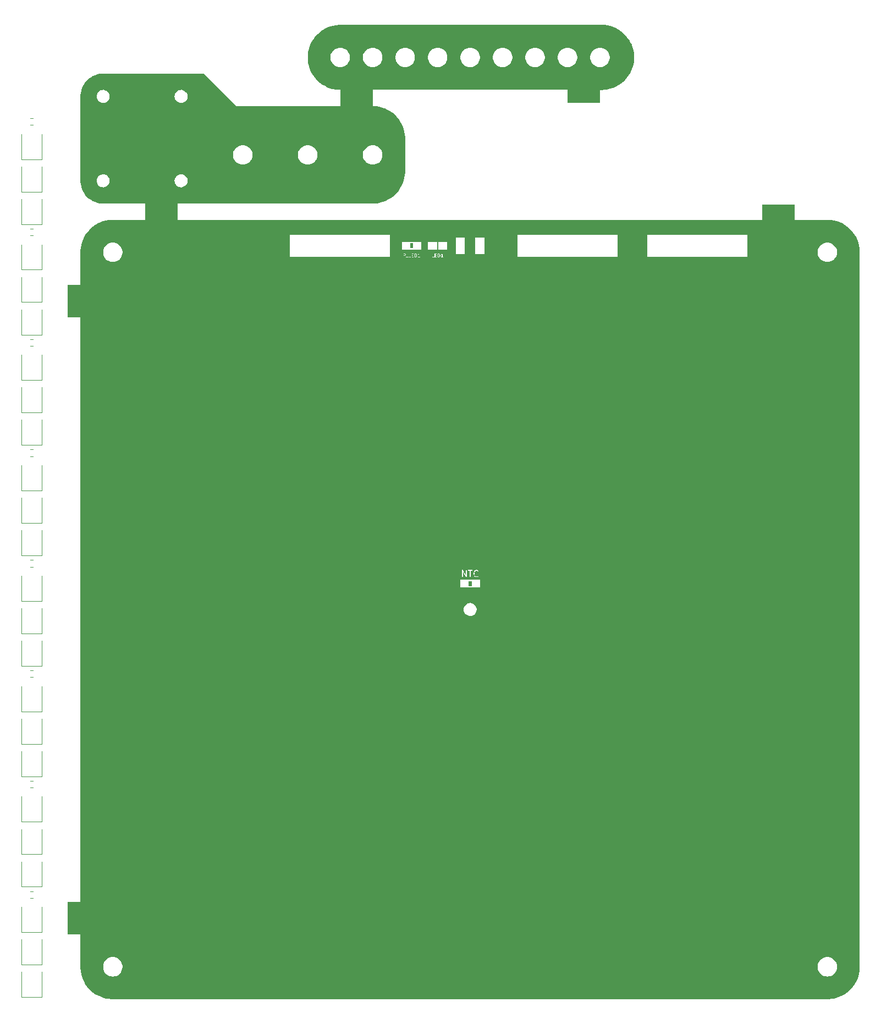
<source format=gbr>
%TF.GenerationSoftware,KiCad,Pcbnew,9.0.4*%
%TF.CreationDate,2025-09-03T20:12:05-03:00*%
%TF.ProjectId,Buildplate_v1.0,4275696c-6470-46c6-9174-655f76312e30,rev?*%
%TF.SameCoordinates,Original*%
%TF.FileFunction,Legend,Top*%
%TF.FilePolarity,Positive*%
%FSLAX46Y46*%
G04 Gerber Fmt 4.6, Leading zero omitted, Abs format (unit mm)*
G04 Created by KiCad (PCBNEW 9.0.4) date 2025-09-03 20:12:05*
%MOMM*%
%LPD*%
G01*
G04 APERTURE LIST*
%ADD10C,0.062500*%
%ADD11C,0.097536*%
%ADD12C,0.125000*%
%ADD13C,0.120000*%
%ADD14C,0.000000*%
%ADD15C,0.152400*%
G04 APERTURE END LIST*
D10*
G36*
X-8326404Y54720817D02*
G01*
X-8287587Y54682000D01*
X-8267578Y54641982D01*
X-8245535Y54553807D01*
X-8245535Y54490072D01*
X-8267578Y54401897D01*
X-8287587Y54361879D01*
X-8326404Y54323062D01*
X-8386021Y54303190D01*
X-8468749Y54303190D01*
X-8468749Y54740690D01*
X-8386021Y54740690D01*
X-8326404Y54720817D01*
G37*
G36*
X-10018510Y54722446D02*
G01*
X-10001871Y54705809D01*
X-9983630Y54669325D01*
X-9983630Y54612649D01*
X-10001871Y54576165D01*
X-10018510Y54559528D01*
X-10054996Y54541285D01*
X-10206844Y54541285D01*
X-10206844Y54740690D01*
X-10054996Y54740690D01*
X-10018510Y54722446D01*
G37*
G36*
X-7653667Y54137515D02*
G01*
X-10324900Y54137515D01*
X-10324900Y54236280D01*
X-9886013Y54236280D01*
X-9886013Y54212362D01*
X-9869101Y54195450D01*
X-9857142Y54193071D01*
X-9476189Y54193071D01*
X-9464230Y54195450D01*
X-9447318Y54212362D01*
X-9447318Y54236280D01*
X-9464230Y54253192D01*
X-9476189Y54255571D01*
X-9857142Y54255571D01*
X-9869101Y54253192D01*
X-9886013Y54236280D01*
X-10324900Y54236280D01*
X-10324900Y54771940D01*
X-10269344Y54771940D01*
X-10269344Y54271940D01*
X-10266965Y54259981D01*
X-10250053Y54243069D01*
X-10226135Y54243069D01*
X-10209223Y54259981D01*
X-10206844Y54271940D01*
X-10206844Y54478785D01*
X-10135317Y54478785D01*
X-9977981Y54254019D01*
X-9969174Y54245586D01*
X-9945621Y54241430D01*
X-9926026Y54255146D01*
X-9921870Y54278699D01*
X-9926779Y54289860D01*
X-10059026Y54478785D01*
X-10047618Y54478785D01*
X-10046082Y54479090D01*
X-10045403Y54478864D01*
X-10040572Y54480186D01*
X-10035659Y54481164D01*
X-10035152Y54481670D01*
X-10033642Y54482084D01*
X-9986023Y54505894D01*
X-9982064Y54508966D01*
X-9977902Y54511747D01*
X-9954092Y54535557D01*
X-9951309Y54539721D01*
X-9948238Y54543679D01*
X-9924429Y54591297D01*
X-9924015Y54592807D01*
X-9923509Y54593314D01*
X-9922531Y54598227D01*
X-9921209Y54603058D01*
X-9921435Y54603737D01*
X-9921130Y54605273D01*
X-9921130Y54676702D01*
X-9921435Y54678237D01*
X-9921209Y54678917D01*
X-9922531Y54683747D01*
X-9923509Y54688661D01*
X-9924015Y54689167D01*
X-9924429Y54690678D01*
X-9948238Y54738296D01*
X-9951309Y54742253D01*
X-9954092Y54746418D01*
X-9977902Y54770228D01*
X-9980465Y54771940D01*
X-9388392Y54771940D01*
X-9388392Y54271940D01*
X-9386013Y54259981D01*
X-9369101Y54243069D01*
X-9357142Y54240690D01*
X-9119047Y54240690D01*
X-9107088Y54243069D01*
X-9090176Y54259981D01*
X-9090176Y54283899D01*
X-9107088Y54300811D01*
X-9119047Y54303190D01*
X-9325892Y54303190D01*
X-9325892Y54771940D01*
X-8983630Y54771940D01*
X-8983630Y54271940D01*
X-8981251Y54259981D01*
X-8964339Y54243069D01*
X-8952380Y54240690D01*
X-8714285Y54240690D01*
X-8702326Y54243069D01*
X-8685414Y54259981D01*
X-8685414Y54283899D01*
X-8702326Y54300811D01*
X-8714285Y54303190D01*
X-8921130Y54303190D01*
X-8921130Y54502595D01*
X-8785713Y54502595D01*
X-8773754Y54504974D01*
X-8756842Y54521886D01*
X-8756842Y54545804D01*
X-8773754Y54562716D01*
X-8785713Y54565095D01*
X-8921130Y54565095D01*
X-8921130Y54740690D01*
X-8714285Y54740690D01*
X-8702326Y54743069D01*
X-8685414Y54759981D01*
X-8685414Y54771940D01*
X-8531249Y54771940D01*
X-8531249Y54271940D01*
X-8528870Y54259981D01*
X-8511958Y54243069D01*
X-8499999Y54240690D01*
X-8380951Y54240690D01*
X-8376034Y54241668D01*
X-8371069Y54242294D01*
X-8299641Y54266104D01*
X-8298282Y54266879D01*
X-8297564Y54266879D01*
X-8293393Y54269665D01*
X-8289048Y54272143D01*
X-8288727Y54272783D01*
X-8287426Y54273653D01*
X-8239807Y54321272D01*
X-8237027Y54325432D01*
X-8233953Y54329393D01*
X-8210143Y54377012D01*
X-8209238Y54380314D01*
X-8207777Y54383409D01*
X-8183968Y54478647D01*
X-8183782Y54482470D01*
X-8183035Y54486226D01*
X-8183035Y54557654D01*
X-8183782Y54561409D01*
X-8183968Y54565233D01*
X-8199376Y54626868D01*
X-8054979Y54626868D01*
X-8044283Y54605475D01*
X-8021593Y54597912D01*
X-8009833Y54601132D01*
X-7962214Y54624941D01*
X-7958259Y54628010D01*
X-7954092Y54630795D01*
X-7912201Y54672686D01*
X-7912201Y54303190D01*
X-8023808Y54303190D01*
X-8035767Y54300811D01*
X-8052679Y54283899D01*
X-8052679Y54259981D01*
X-8035767Y54243069D01*
X-8023808Y54240690D01*
X-7738094Y54240690D01*
X-7726135Y54243069D01*
X-7709223Y54259981D01*
X-7709223Y54283899D01*
X-7726135Y54300811D01*
X-7738094Y54303190D01*
X-7849701Y54303190D01*
X-7849701Y54771940D01*
X-7852080Y54783899D01*
X-7854354Y54786173D01*
X-7854986Y54789329D01*
X-7862557Y54794376D01*
X-7868992Y54800811D01*
X-7872209Y54800811D01*
X-7874887Y54802596D01*
X-7883811Y54800811D01*
X-7892910Y54800811D01*
X-7895185Y54798535D01*
X-7898339Y54797905D01*
X-7906953Y54789274D01*
X-7952856Y54720418D01*
X-7994699Y54678576D01*
X-8037783Y54657034D01*
X-8047416Y54649558D01*
X-8054979Y54626868D01*
X-8199376Y54626868D01*
X-8207777Y54660471D01*
X-8209238Y54663565D01*
X-8210143Y54666868D01*
X-8233953Y54714487D01*
X-8237027Y54718447D01*
X-8239807Y54722608D01*
X-8287426Y54770227D01*
X-8288727Y54771096D01*
X-8289048Y54771737D01*
X-8293393Y54774214D01*
X-8297564Y54777001D01*
X-8298282Y54777001D01*
X-8299641Y54777776D01*
X-8371069Y54801586D01*
X-8376034Y54802211D01*
X-8380951Y54803190D01*
X-8499999Y54803190D01*
X-8511958Y54800811D01*
X-8528870Y54783899D01*
X-8531249Y54771940D01*
X-8685414Y54771940D01*
X-8685414Y54783899D01*
X-8702326Y54800811D01*
X-8714285Y54803190D01*
X-8952380Y54803190D01*
X-8964339Y54800811D01*
X-8981251Y54783899D01*
X-8983630Y54771940D01*
X-9325892Y54771940D01*
X-9328271Y54783899D01*
X-9345183Y54800811D01*
X-9369101Y54800811D01*
X-9386013Y54783899D01*
X-9388392Y54771940D01*
X-9980465Y54771940D01*
X-9982064Y54773008D01*
X-9986023Y54776081D01*
X-10033642Y54799891D01*
X-10035152Y54800304D01*
X-10035659Y54800811D01*
X-10040572Y54801788D01*
X-10045403Y54803111D01*
X-10046082Y54802884D01*
X-10047618Y54803190D01*
X-10238094Y54803190D01*
X-10250053Y54800811D01*
X-10266965Y54783899D01*
X-10269344Y54771940D01*
X-10324900Y54771940D01*
X-10324900Y54858746D01*
X-7653667Y54858746D01*
X-7653667Y54137515D01*
G37*
D11*
G36*
X-4770311Y54713236D02*
G01*
X-4735280Y54678205D01*
X-4716829Y54641303D01*
X-4695200Y54554785D01*
X-4695200Y54493641D01*
X-4716829Y54407122D01*
X-4735280Y54370220D01*
X-4770311Y54335189D01*
X-4825033Y54316949D01*
X-4890272Y54316949D01*
X-4890272Y54731477D01*
X-4825033Y54731477D01*
X-4770311Y54713236D01*
G37*
G36*
X-4056800Y54162517D02*
G01*
X-5922528Y54162517D01*
X-5922528Y54780245D01*
X-5865632Y54780245D01*
X-5865632Y54268181D01*
X-5861920Y54249518D01*
X-5835527Y54223125D01*
X-5816864Y54219413D01*
X-5573024Y54219413D01*
X-5554361Y54223125D01*
X-5527968Y54249518D01*
X-5527968Y54286844D01*
X-5554361Y54313237D01*
X-5573024Y54316949D01*
X-5768096Y54316949D01*
X-5768096Y54780245D01*
X-5451104Y54780245D01*
X-5451104Y54268181D01*
X-5447392Y54249518D01*
X-5420999Y54223125D01*
X-5402336Y54219413D01*
X-5158496Y54219413D01*
X-5139833Y54223125D01*
X-5113440Y54249518D01*
X-5113440Y54286844D01*
X-5139833Y54313237D01*
X-5158496Y54316949D01*
X-5353568Y54316949D01*
X-5353568Y54487637D01*
X-5231648Y54487637D01*
X-5212985Y54491349D01*
X-5186592Y54517742D01*
X-5186592Y54555068D01*
X-5212985Y54581461D01*
X-5231648Y54585173D01*
X-5353568Y54585173D01*
X-5353568Y54731477D01*
X-5158496Y54731477D01*
X-5139833Y54735189D01*
X-5113440Y54761582D01*
X-5113440Y54780245D01*
X-4987808Y54780245D01*
X-4987808Y54268181D01*
X-4984096Y54249518D01*
X-4957703Y54223125D01*
X-4939040Y54219413D01*
X-4817120Y54219413D01*
X-4809452Y54220937D01*
X-4801698Y54221916D01*
X-4728546Y54246300D01*
X-4726425Y54247509D01*
X-4725305Y54247509D01*
X-4718804Y54251853D01*
X-4712015Y54255723D01*
X-4711514Y54256724D01*
X-4709484Y54258081D01*
X-4660716Y54306849D01*
X-4656372Y54313348D01*
X-4651581Y54319523D01*
X-4627197Y54368291D01*
X-4625785Y54373442D01*
X-4623504Y54378273D01*
X-4599120Y54475809D01*
X-4598829Y54481776D01*
X-4597664Y54487637D01*
X-4597664Y54560789D01*
X-4598829Y54566649D01*
X-4599120Y54572617D01*
X-4613587Y54630484D01*
X-4500006Y54630484D01*
X-4483313Y54597099D01*
X-4447903Y54585295D01*
X-4429550Y54590322D01*
X-4380783Y54614705D01*
X-4374606Y54619498D01*
X-4368108Y54623841D01*
X-4353824Y54638125D01*
X-4353824Y54316949D01*
X-4451360Y54316949D01*
X-4470023Y54313237D01*
X-4496416Y54286844D01*
X-4496416Y54249518D01*
X-4470023Y54223125D01*
X-4451360Y54219413D01*
X-4158752Y54219413D01*
X-4140089Y54223125D01*
X-4113696Y54249518D01*
X-4113696Y54286844D01*
X-4140089Y54313237D01*
X-4158752Y54316949D01*
X-4256288Y54316949D01*
X-4256288Y54780245D01*
X-4260000Y54798908D01*
X-4263550Y54802458D01*
X-4264535Y54807382D01*
X-4276351Y54815259D01*
X-4286393Y54825301D01*
X-4291414Y54825301D01*
X-4295592Y54828086D01*
X-4309517Y54825301D01*
X-4323719Y54825301D01*
X-4327269Y54821750D01*
X-4332192Y54820766D01*
X-4345633Y54807297D01*
X-4391723Y54738162D01*
X-4431480Y54698405D01*
X-4473170Y54677560D01*
X-4488202Y54665894D01*
X-4500006Y54630484D01*
X-4613587Y54630484D01*
X-4623504Y54670153D01*
X-4625785Y54674983D01*
X-4627197Y54680135D01*
X-4651581Y54728903D01*
X-4656372Y54735077D01*
X-4660716Y54741577D01*
X-4709484Y54790345D01*
X-4711514Y54791701D01*
X-4712015Y54792703D01*
X-4718804Y54796572D01*
X-4725305Y54800917D01*
X-4726425Y54800917D01*
X-4728546Y54802126D01*
X-4801698Y54826510D01*
X-4809452Y54827488D01*
X-4817120Y54829013D01*
X-4939040Y54829013D01*
X-4957703Y54825301D01*
X-4984096Y54798908D01*
X-4987808Y54780245D01*
X-5113440Y54780245D01*
X-5113440Y54798908D01*
X-5139833Y54825301D01*
X-5158496Y54829013D01*
X-5402336Y54829013D01*
X-5420999Y54825301D01*
X-5447392Y54798908D01*
X-5451104Y54780245D01*
X-5768096Y54780245D01*
X-5771808Y54798908D01*
X-5798201Y54825301D01*
X-5835527Y54825301D01*
X-5861920Y54798908D01*
X-5865632Y54780245D01*
X-5922528Y54780245D01*
X-5922528Y54885909D01*
X-4056800Y54885909D01*
X-4056800Y54162517D01*
G37*
D12*
G36*
X1383138Y4870269D02*
G01*
X-1340277Y4870269D01*
X-1340277Y6043880D01*
X-1229166Y6043880D01*
X-1229166Y5043880D01*
X-1224408Y5019962D01*
X-1190584Y4986138D01*
X-1142748Y4986138D01*
X-1108924Y5019962D01*
X-1104166Y5043880D01*
X-1104166Y5808532D01*
X-649503Y5012871D01*
X-633505Y4994465D01*
X-625224Y4992206D01*
X-619156Y4986138D01*
X-602973Y4986138D01*
X-587357Y4981879D01*
X-579904Y4986138D01*
X-571320Y4986138D01*
X-559876Y4997581D01*
X-545823Y5005612D01*
X-543564Y5013893D01*
X-537496Y5019962D01*
X-532738Y5043880D01*
X-532738Y6043880D01*
X-537496Y6067798D01*
X-319646Y6067798D01*
X-319646Y6019962D01*
X-285822Y5986138D01*
X-261904Y5981380D01*
X-38691Y5981380D01*
X-38691Y5043880D01*
X-33933Y5019962D01*
X-109Y4986138D01*
X47727Y4986138D01*
X81551Y5019962D01*
X86309Y5043880D01*
X86309Y5615309D01*
X532738Y5615309D01*
X532738Y5472452D01*
X534231Y5464942D01*
X534604Y5457294D01*
X582223Y5266818D01*
X585146Y5260629D01*
X586955Y5254025D01*
X634574Y5158787D01*
X640721Y5150865D01*
X646282Y5142544D01*
X741520Y5047306D01*
X744121Y5045567D01*
X744763Y5044285D01*
X753474Y5039318D01*
X761797Y5033758D01*
X763228Y5033758D01*
X765949Y5032207D01*
X908807Y4984587D01*
X918745Y4983334D01*
X928571Y4981380D01*
X1023809Y4981380D01*
X1033633Y4983334D01*
X1043574Y4984587D01*
X1186431Y5032207D01*
X1189152Y5033758D01*
X1190583Y5033758D01*
X1198905Y5039318D01*
X1207617Y5044285D01*
X1208258Y5045567D01*
X1210860Y5047306D01*
X1258479Y5094925D01*
X1272027Y5115202D01*
X1272027Y5163036D01*
X1238202Y5196861D01*
X1190368Y5196861D01*
X1170091Y5183313D01*
X1132905Y5146127D01*
X1013665Y5106380D01*
X938715Y5106380D01*
X819474Y5146127D01*
X741843Y5223759D01*
X701826Y5303791D01*
X657738Y5480146D01*
X657738Y5607614D01*
X701826Y5783969D01*
X741843Y5864002D01*
X819474Y5941633D01*
X938714Y5981380D01*
X1013666Y5981380D01*
X1132905Y5941633D01*
X1170091Y5904448D01*
X1190368Y5890900D01*
X1238202Y5890900D01*
X1272027Y5924725D01*
X1272027Y5972559D01*
X1258479Y5992836D01*
X1210860Y6040455D01*
X1208256Y6042194D01*
X1207616Y6043476D01*
X1198911Y6048438D01*
X1190583Y6054003D01*
X1189151Y6054003D01*
X1186430Y6055554D01*
X1043573Y6103173D01*
X1033634Y6104425D01*
X1023809Y6106380D01*
X928571Y6106380D01*
X918746Y6104425D01*
X908806Y6103173D01*
X765950Y6055554D01*
X763229Y6054003D01*
X761797Y6054003D01*
X753468Y6048438D01*
X744764Y6043476D01*
X744123Y6042194D01*
X741520Y6040455D01*
X646282Y5945217D01*
X640721Y5936895D01*
X634574Y5928974D01*
X586955Y5833736D01*
X585146Y5827131D01*
X582223Y5820943D01*
X534604Y5630467D01*
X534231Y5622818D01*
X532738Y5615309D01*
X86309Y5615309D01*
X86309Y5981380D01*
X309523Y5981380D01*
X333441Y5986138D01*
X367265Y6019962D01*
X367265Y6067798D01*
X333441Y6101622D01*
X309523Y6106380D01*
X-261904Y6106380D01*
X-285822Y6101622D01*
X-319646Y6067798D01*
X-537496Y6067798D01*
X-571320Y6101622D01*
X-619156Y6101622D01*
X-652980Y6067798D01*
X-657738Y6043880D01*
X-657738Y5279227D01*
X-1112401Y6074889D01*
X-1128399Y6093295D01*
X-1136679Y6095553D01*
X-1142748Y6101622D01*
X-1158931Y6101622D01*
X-1174547Y6105881D01*
X-1182000Y6101622D01*
X-1190584Y6101622D01*
X-1202029Y6090176D01*
X-1216081Y6082147D01*
X-1218339Y6073866D01*
X-1224408Y6067798D01*
X-1229166Y6043880D01*
X-1340277Y6043880D01*
X-1340277Y6217491D01*
X1383138Y6217491D01*
X1383138Y4870269D01*
G37*
D13*
%TO.C,REF\u002A\u002A*%
X-69085000Y22200000D02*
X-69085000Y18315000D01*
X-69085000Y18315000D02*
X-65915000Y18315000D01*
X-65915000Y18315000D02*
X-65915000Y22200000D01*
X-67737258Y41622500D02*
X-67262742Y41622500D01*
X-67737258Y40577500D02*
X-67262742Y40577500D01*
X-69085000Y51200000D02*
X-69085000Y47315000D01*
X-69085000Y47315000D02*
X-65915000Y47315000D01*
X-65915000Y47315000D02*
X-65915000Y51200000D01*
X-69085000Y-55800000D02*
X-69085000Y-59685000D01*
X-69085000Y-59685000D02*
X-65915000Y-59685000D01*
X-65915000Y-59685000D02*
X-65915000Y-55800000D01*
D14*
%TO.C,R_LED1*%
G36*
X-8771400Y55619000D02*
G01*
X-9228600Y55619000D01*
X-9228600Y56381000D01*
X-8771400Y56381000D01*
X-8771400Y55619000D01*
G37*
D13*
%TO.C,REF\u002A\u002A*%
X-69085000Y-4800000D02*
X-69085000Y-8685000D01*
X-69085000Y-8685000D02*
X-65915000Y-8685000D01*
X-65915000Y-8685000D02*
X-65915000Y-4800000D01*
D15*
%TO.C,LED1*%
X-5000000Y56762000D02*
X-5000000Y55238000D01*
X-5000000Y55238000D02*
X-3349000Y55238000D01*
X-3349000Y56762000D02*
X-5000000Y56762000D01*
X-3349000Y55238000D02*
X-3349000Y56762000D01*
D13*
%TO.C,REF\u002A\u002A*%
X-69085000Y-33800000D02*
X-69085000Y-37685000D01*
X-69085000Y-37685000D02*
X-65915000Y-37685000D01*
X-65915000Y-37685000D02*
X-65915000Y-33800000D01*
X-69085000Y12200000D02*
X-69085000Y8315000D01*
X-69085000Y8315000D02*
X-65915000Y8315000D01*
X-65915000Y8315000D02*
X-65915000Y12200000D01*
X-69085000Y200000D02*
X-69085000Y-3685000D01*
X-69085000Y-3685000D02*
X-65915000Y-3685000D01*
X-65915000Y-3685000D02*
X-65915000Y200000D01*
X-69085000Y5200000D02*
X-69085000Y1315000D01*
X-69085000Y1315000D02*
X-65915000Y1315000D01*
X-65915000Y1315000D02*
X-65915000Y5200000D01*
X-67737258Y-26377500D02*
X-67262742Y-26377500D01*
X-67737258Y-27422500D02*
X-67262742Y-27422500D01*
X-67737258Y58622500D02*
X-67262742Y58622500D01*
X-67737258Y57577500D02*
X-67262742Y57577500D01*
X-67737258Y-43377500D02*
X-67262742Y-43377500D01*
X-67737258Y-44422500D02*
X-67262742Y-44422500D01*
X-69085000Y-50800000D02*
X-69085000Y-54685000D01*
X-69085000Y-54685000D02*
X-65915000Y-54685000D01*
X-65915000Y-54685000D02*
X-65915000Y-50800000D01*
X-67737258Y-9377500D02*
X-67262742Y-9377500D01*
X-67737258Y-10422500D02*
X-67262742Y-10422500D01*
X-69085000Y68200000D02*
X-69085000Y64315000D01*
X-69085000Y64315000D02*
X-65915000Y64315000D01*
X-65915000Y64315000D02*
X-65915000Y68200000D01*
X-69085000Y-45800000D02*
X-69085000Y-49685000D01*
X-69085000Y-49685000D02*
X-65915000Y-49685000D01*
X-65915000Y-49685000D02*
X-65915000Y-45800000D01*
X-69085000Y63200000D02*
X-69085000Y59315000D01*
X-69085000Y59315000D02*
X-65915000Y59315000D01*
X-65915000Y59315000D02*
X-65915000Y63200000D01*
X-69085000Y17200000D02*
X-69085000Y13315000D01*
X-69085000Y13315000D02*
X-65915000Y13315000D01*
X-65915000Y13315000D02*
X-65915000Y17200000D01*
D14*
%TO.C,NTC*%
G36*
X228600Y3619000D02*
G01*
X-228600Y3619000D01*
X-228600Y4381000D01*
X228600Y4381000D01*
X228600Y3619000D01*
G37*
D13*
%TO.C,REF\u002A\u002A*%
X-67737258Y75622500D02*
X-67262742Y75622500D01*
X-67737258Y74577500D02*
X-67262742Y74577500D01*
X-67737258Y24622500D02*
X-67262742Y24622500D01*
X-67737258Y23577500D02*
X-67262742Y23577500D01*
X-69085000Y56200000D02*
X-69085000Y52315000D01*
X-69085000Y52315000D02*
X-65915000Y52315000D01*
X-65915000Y52315000D02*
X-65915000Y56200000D01*
X-69085000Y29200000D02*
X-69085000Y25315000D01*
X-69085000Y25315000D02*
X-65915000Y25315000D01*
X-65915000Y25315000D02*
X-65915000Y29200000D01*
X-69085000Y73200000D02*
X-69085000Y69315000D01*
X-69085000Y69315000D02*
X-65915000Y69315000D01*
X-65915000Y69315000D02*
X-65915000Y73200000D01*
X-67737258Y7622500D02*
X-67262742Y7622500D01*
X-67737258Y6577500D02*
X-67262742Y6577500D01*
X-69085000Y-38800000D02*
X-69085000Y-42685000D01*
X-69085000Y-42685000D02*
X-65915000Y-42685000D01*
X-65915000Y-42685000D02*
X-65915000Y-38800000D01*
X-69085000Y-11800000D02*
X-69085000Y-15685000D01*
X-69085000Y-15685000D02*
X-65915000Y-15685000D01*
X-65915000Y-15685000D02*
X-65915000Y-11800000D01*
X-69085000Y39200000D02*
X-69085000Y35315000D01*
X-69085000Y35315000D02*
X-65915000Y35315000D01*
X-65915000Y35315000D02*
X-65915000Y39200000D01*
X-69085000Y34200000D02*
X-69085000Y30315000D01*
X-69085000Y30315000D02*
X-65915000Y30315000D01*
X-65915000Y30315000D02*
X-65915000Y34200000D01*
X-69085000Y-28800000D02*
X-69085000Y-32685000D01*
X-69085000Y-32685000D02*
X-65915000Y-32685000D01*
X-65915000Y-32685000D02*
X-65915000Y-28800000D01*
X-69085000Y-21800000D02*
X-69085000Y-25685000D01*
X-69085000Y-25685000D02*
X-65915000Y-25685000D01*
X-65915000Y-25685000D02*
X-65915000Y-21800000D01*
X-69085000Y46200000D02*
X-69085000Y42315000D01*
X-69085000Y42315000D02*
X-65915000Y42315000D01*
X-65915000Y42315000D02*
X-65915000Y46200000D01*
X-69085000Y-16800000D02*
X-69085000Y-20685000D01*
X-69085000Y-20685000D02*
X-65915000Y-20685000D01*
X-65915000Y-20685000D02*
X-65915000Y-16800000D01*
%TD*%
G36*
X-40996632Y82496632D02*
G01*
X-35999999Y77500000D01*
X-20000001Y77500000D01*
X-20000000Y77500001D01*
X-20000000Y78513500D01*
X-19996632Y78521632D01*
X-19988500Y78525000D01*
X-15011500Y78525000D01*
X-15003368Y78521632D01*
X-15000000Y78513500D01*
X-15000000Y77500000D01*
X-14999999Y77499999D01*
X-14782239Y77497624D01*
X-14781362Y77497581D01*
X-14347558Y77459628D01*
X-14346563Y77459497D01*
X-13917780Y77383892D01*
X-13916801Y77383675D01*
X-13496237Y77270985D01*
X-13495280Y77270683D01*
X-13086152Y77121773D01*
X-13085225Y77121390D01*
X-12690605Y76937376D01*
X-12689715Y76936912D01*
X-12312656Y76719216D01*
X-12311810Y76718677D01*
X-11955160Y76468948D01*
X-11954364Y76468338D01*
X-11620825Y76188466D01*
X-11620085Y76187788D01*
X-11312211Y75879914D01*
X-11311533Y75879174D01*
X-11031661Y75545635D01*
X-11031051Y75544839D01*
X-10781322Y75188189D01*
X-10780783Y75187343D01*
X-10563087Y74810284D01*
X-10562623Y74809394D01*
X-10378609Y74414774D01*
X-10378226Y74413847D01*
X-10229316Y74004719D01*
X-10229014Y74003762D01*
X-10116324Y73583198D01*
X-10116107Y73582219D01*
X-10040502Y73153436D01*
X-10040371Y73152441D01*
X-10002418Y72718637D01*
X-10002375Y72717760D01*
X-10000001Y72500125D01*
X-10000000Y72500000D01*
X-10000000Y67500000D01*
X-10000001Y67499875D01*
X-10002375Y67282239D01*
X-10002418Y67281362D01*
X-10040371Y66847558D01*
X-10040502Y66846563D01*
X-10116107Y66417780D01*
X-10116324Y66416801D01*
X-10229014Y65996237D01*
X-10229316Y65995280D01*
X-10378226Y65586152D01*
X-10378609Y65585225D01*
X-10562623Y65190605D01*
X-10563087Y65189715D01*
X-10780783Y64812656D01*
X-10781322Y64811810D01*
X-11031051Y64455160D01*
X-11031661Y64454364D01*
X-11311533Y64120825D01*
X-11312211Y64120085D01*
X-11620085Y63812211D01*
X-11620825Y63811533D01*
X-11954364Y63531661D01*
X-11955160Y63531051D01*
X-12311810Y63281322D01*
X-12312656Y63280783D01*
X-12689715Y63063087D01*
X-12690605Y63062623D01*
X-13085225Y62878609D01*
X-13086152Y62878226D01*
X-13495280Y62729316D01*
X-13496237Y62729014D01*
X-13916801Y62616324D01*
X-13917780Y62616107D01*
X-14346563Y62540502D01*
X-14347558Y62540371D01*
X-14781362Y62502418D01*
X-14782239Y62502375D01*
X-14999908Y62500001D01*
X-15000033Y62500000D01*
X-44999999Y62500000D01*
X-45000000Y62499999D01*
X-45000000Y61486500D01*
X-45003368Y61478368D01*
X-45011500Y61475000D01*
X-49988500Y61475000D01*
X-49996632Y61478368D01*
X-50000000Y61486500D01*
X-50000000Y62499999D01*
X-50000001Y62500000D01*
X-56499934Y62500000D01*
X-56500079Y62500001D01*
X-56682775Y62502309D01*
X-56683832Y62502371D01*
X-57047306Y62540573D01*
X-57048495Y62540761D01*
X-57405923Y62616735D01*
X-57407086Y62617047D01*
X-57754604Y62729962D01*
X-57755727Y62730393D01*
X-58089546Y62879019D01*
X-58090619Y62879566D01*
X-58407061Y63062264D01*
X-58408071Y63062919D01*
X-58703702Y63277707D01*
X-58704637Y63278465D01*
X-58976182Y63522966D01*
X-58977033Y63523817D01*
X-59221534Y63795362D01*
X-59222292Y63796297D01*
X-59437080Y64091928D01*
X-59437735Y64092938D01*
X-59620433Y64409380D01*
X-59620980Y64410453D01*
X-59769606Y64744272D01*
X-59770037Y64745395D01*
X-59882952Y65092913D01*
X-59883264Y65094076D01*
X-59959238Y65451504D01*
X-59959426Y65452693D01*
X-59997628Y65816167D01*
X-59997690Y65817224D01*
X-59999999Y65999920D01*
X-60000000Y66000000D01*
X-57502579Y66000000D01*
X-57502579Y65999999D01*
X-57482056Y65798185D01*
X-57421325Y65604625D01*
X-57322880Y65427260D01*
X-57190741Y65273337D01*
X-57030332Y65149171D01*
X-57030327Y65149168D01*
X-56848201Y65059830D01*
X-56848197Y65059828D01*
X-56651818Y65008983D01*
X-56651812Y65008982D01*
X-56449219Y64998707D01*
X-56449217Y64998707D01*
X-56248708Y65029425D01*
X-56248694Y65029429D01*
X-56058472Y65099878D01*
X-56058468Y65099880D01*
X-55886317Y65207183D01*
X-55739286Y65346946D01*
X-55623399Y65513446D01*
X-55623397Y65513450D01*
X-55543401Y65699862D01*
X-55502565Y65898574D01*
X-55500000Y65999987D01*
X-55500000Y66000000D01*
X-45502579Y66000000D01*
X-45502579Y65999999D01*
X-45482056Y65798185D01*
X-45421325Y65604625D01*
X-45322880Y65427260D01*
X-45190741Y65273337D01*
X-45030332Y65149171D01*
X-45030327Y65149168D01*
X-44848201Y65059830D01*
X-44848197Y65059828D01*
X-44651818Y65008983D01*
X-44651812Y65008982D01*
X-44449219Y64998707D01*
X-44449217Y64998707D01*
X-44248708Y65029425D01*
X-44248694Y65029429D01*
X-44058472Y65099878D01*
X-44058468Y65099880D01*
X-43886317Y65207183D01*
X-43739286Y65346946D01*
X-43623399Y65513446D01*
X-43623397Y65513450D01*
X-43543401Y65699862D01*
X-43502565Y65898574D01*
X-43500000Y65999987D01*
X-43500000Y66000012D01*
X-43502565Y66101425D01*
X-43543401Y66300137D01*
X-43623397Y66486549D01*
X-43623399Y66486553D01*
X-43739286Y66653053D01*
X-43886317Y66792816D01*
X-44058468Y66900119D01*
X-44058472Y66900121D01*
X-44248694Y66970570D01*
X-44248708Y66970574D01*
X-44449218Y67001292D01*
X-44651812Y66991017D01*
X-44651818Y66991016D01*
X-44848197Y66940171D01*
X-44848201Y66940169D01*
X-45030327Y66850831D01*
X-45030332Y66850828D01*
X-45190741Y66726662D01*
X-45322880Y66572739D01*
X-45421325Y66395374D01*
X-45482056Y66201814D01*
X-45502579Y66000000D01*
X-55500000Y66000000D01*
X-55500000Y66000012D01*
X-55502565Y66101425D01*
X-55543401Y66300137D01*
X-55623397Y66486549D01*
X-55623399Y66486553D01*
X-55739286Y66653053D01*
X-55886317Y66792816D01*
X-56058468Y66900119D01*
X-56058472Y66900121D01*
X-56248694Y66970570D01*
X-56248708Y66970574D01*
X-56449218Y67001292D01*
X-56651812Y66991017D01*
X-56651818Y66991016D01*
X-56848197Y66940171D01*
X-56848201Y66940169D01*
X-57030327Y66850831D01*
X-57030332Y66850828D01*
X-57190741Y66726662D01*
X-57322880Y66572739D01*
X-57421325Y66395374D01*
X-57482056Y66201814D01*
X-57502579Y66000000D01*
X-60000000Y66000000D01*
X-60000000Y66000065D01*
X-60000000Y70124079D01*
X-36497438Y70124079D01*
X-36497438Y69875920D01*
X-36456593Y69631150D01*
X-36456591Y69631140D01*
X-36376014Y69396426D01*
X-36376010Y69396418D01*
X-36257905Y69178176D01*
X-36257902Y69178173D01*
X-36105478Y68982338D01*
X-35922897Y68814260D01*
X-35715152Y68678532D01*
X-35715143Y68678528D01*
X-35487891Y68578845D01*
X-35487881Y68578842D01*
X-35247320Y68517924D01*
X-35000000Y68497430D01*
X-34752679Y68517924D01*
X-34512118Y68578842D01*
X-34512108Y68578845D01*
X-34284856Y68678528D01*
X-34284847Y68678532D01*
X-34077102Y68814260D01*
X-33894521Y68982338D01*
X-33742097Y69178173D01*
X-33742094Y69178176D01*
X-33623989Y69396418D01*
X-33623985Y69396426D01*
X-33543408Y69631140D01*
X-33543406Y69631150D01*
X-33502563Y69875910D01*
X-33502562Y69875916D01*
X-33500000Y70000000D01*
X-33502562Y70124079D01*
X-26497438Y70124079D01*
X-26497438Y69875920D01*
X-26456593Y69631150D01*
X-26456591Y69631140D01*
X-26376014Y69396426D01*
X-26376010Y69396418D01*
X-26257905Y69178176D01*
X-26257902Y69178173D01*
X-26105478Y68982338D01*
X-25922897Y68814260D01*
X-25715152Y68678532D01*
X-25715143Y68678528D01*
X-25487891Y68578845D01*
X-25487881Y68578842D01*
X-25247320Y68517924D01*
X-25000000Y68497430D01*
X-24752679Y68517924D01*
X-24512118Y68578842D01*
X-24512108Y68578845D01*
X-24284856Y68678528D01*
X-24284847Y68678532D01*
X-24077102Y68814260D01*
X-23894521Y68982338D01*
X-23742097Y69178173D01*
X-23742094Y69178176D01*
X-23623989Y69396418D01*
X-23623985Y69396426D01*
X-23543408Y69631140D01*
X-23543406Y69631150D01*
X-23502563Y69875910D01*
X-23502562Y69875916D01*
X-23500000Y70000000D01*
X-23502562Y70124079D01*
X-16497438Y70124079D01*
X-16497438Y69875920D01*
X-16456593Y69631150D01*
X-16456591Y69631140D01*
X-16376014Y69396426D01*
X-16376010Y69396418D01*
X-16257905Y69178176D01*
X-16257902Y69178173D01*
X-16105478Y68982338D01*
X-15922897Y68814260D01*
X-15715152Y68678532D01*
X-15715143Y68678528D01*
X-15487891Y68578845D01*
X-15487881Y68578842D01*
X-15247320Y68517924D01*
X-15000000Y68497430D01*
X-14752679Y68517924D01*
X-14512118Y68578842D01*
X-14512108Y68578845D01*
X-14284856Y68678528D01*
X-14284847Y68678532D01*
X-14077102Y68814260D01*
X-13894521Y68982338D01*
X-13742097Y69178173D01*
X-13742094Y69178176D01*
X-13623989Y69396418D01*
X-13623985Y69396426D01*
X-13543408Y69631140D01*
X-13543406Y69631150D01*
X-13502563Y69875910D01*
X-13502562Y69875916D01*
X-13500000Y70000000D01*
X-13502562Y70124083D01*
X-13502563Y70124089D01*
X-13543406Y70368849D01*
X-13543408Y70368859D01*
X-13623985Y70603573D01*
X-13623989Y70603581D01*
X-13742094Y70821823D01*
X-13742097Y70821826D01*
X-13894521Y71017661D01*
X-14077102Y71185739D01*
X-14284847Y71321467D01*
X-14284856Y71321471D01*
X-14512108Y71421154D01*
X-14512118Y71421157D01*
X-14752679Y71482075D01*
X-15000000Y71502570D01*
X-15247320Y71482075D01*
X-15487881Y71421157D01*
X-15487891Y71421154D01*
X-15715143Y71321471D01*
X-15715152Y71321467D01*
X-15922897Y71185739D01*
X-16105478Y71017661D01*
X-16257902Y70821826D01*
X-16257905Y70821823D01*
X-16376010Y70603581D01*
X-16376014Y70603573D01*
X-16456591Y70368859D01*
X-16456593Y70368849D01*
X-16497438Y70124079D01*
X-23502562Y70124079D01*
X-23502562Y70124083D01*
X-23502563Y70124089D01*
X-23543406Y70368849D01*
X-23543408Y70368859D01*
X-23623985Y70603573D01*
X-23623989Y70603581D01*
X-23742094Y70821823D01*
X-23742097Y70821826D01*
X-23894521Y71017661D01*
X-24077102Y71185739D01*
X-24284847Y71321467D01*
X-24284856Y71321471D01*
X-24512108Y71421154D01*
X-24512118Y71421157D01*
X-24752679Y71482075D01*
X-25000000Y71502570D01*
X-25247320Y71482075D01*
X-25487881Y71421157D01*
X-25487891Y71421154D01*
X-25715143Y71321471D01*
X-25715152Y71321467D01*
X-25922897Y71185739D01*
X-26105478Y71017661D01*
X-26257902Y70821826D01*
X-26257905Y70821823D01*
X-26376010Y70603581D01*
X-26376014Y70603573D01*
X-26456591Y70368859D01*
X-26456593Y70368849D01*
X-26497438Y70124079D01*
X-33502562Y70124079D01*
X-33502562Y70124083D01*
X-33502563Y70124089D01*
X-33543406Y70368849D01*
X-33543408Y70368859D01*
X-33623985Y70603573D01*
X-33623989Y70603581D01*
X-33742094Y70821823D01*
X-33742097Y70821826D01*
X-33894521Y71017661D01*
X-34077102Y71185739D01*
X-34284847Y71321467D01*
X-34284856Y71321471D01*
X-34512108Y71421154D01*
X-34512118Y71421157D01*
X-34752679Y71482075D01*
X-35000000Y71502570D01*
X-35247320Y71482075D01*
X-35487881Y71421157D01*
X-35487891Y71421154D01*
X-35715143Y71321471D01*
X-35715152Y71321467D01*
X-35922897Y71185739D01*
X-36105478Y71017661D01*
X-36257902Y70821826D01*
X-36257905Y70821823D01*
X-36376010Y70603581D01*
X-36376014Y70603573D01*
X-36456591Y70368859D01*
X-36456593Y70368849D01*
X-36497438Y70124079D01*
X-60000000Y70124079D01*
X-60000000Y78999934D01*
X-60000000Y79000000D01*
X-57502579Y79000000D01*
X-57502579Y78999999D01*
X-57482056Y78798185D01*
X-57421325Y78604625D01*
X-57322880Y78427260D01*
X-57190741Y78273337D01*
X-57030332Y78149171D01*
X-57030327Y78149168D01*
X-56848201Y78059830D01*
X-56848197Y78059828D01*
X-56651818Y78008983D01*
X-56651812Y78008982D01*
X-56449219Y77998707D01*
X-56449217Y77998707D01*
X-56248708Y78029425D01*
X-56248694Y78029429D01*
X-56058472Y78099878D01*
X-56058468Y78099880D01*
X-55886317Y78207183D01*
X-55739286Y78346946D01*
X-55623399Y78513446D01*
X-55623397Y78513450D01*
X-55543401Y78699862D01*
X-55502565Y78898574D01*
X-55500000Y78999987D01*
X-55500000Y79000000D01*
X-45502579Y79000000D01*
X-45502579Y78999999D01*
X-45482056Y78798185D01*
X-45421325Y78604625D01*
X-45322880Y78427260D01*
X-45190741Y78273337D01*
X-45030332Y78149171D01*
X-45030327Y78149168D01*
X-44848201Y78059830D01*
X-44848197Y78059828D01*
X-44651818Y78008983D01*
X-44651812Y78008982D01*
X-44449219Y77998707D01*
X-44449217Y77998707D01*
X-44248708Y78029425D01*
X-44248694Y78029429D01*
X-44058472Y78099878D01*
X-44058468Y78099880D01*
X-43886317Y78207183D01*
X-43739286Y78346946D01*
X-43623399Y78513446D01*
X-43623397Y78513450D01*
X-43543401Y78699862D01*
X-43502565Y78898574D01*
X-43500000Y78999987D01*
X-43500000Y79000012D01*
X-43502565Y79101425D01*
X-43543401Y79300137D01*
X-43623397Y79486549D01*
X-43623399Y79486553D01*
X-43739286Y79653053D01*
X-43886317Y79792816D01*
X-44058468Y79900119D01*
X-44058472Y79900121D01*
X-44248694Y79970570D01*
X-44248708Y79970574D01*
X-44449218Y80001292D01*
X-44651812Y79991017D01*
X-44651818Y79991016D01*
X-44848197Y79940171D01*
X-44848201Y79940169D01*
X-45030327Y79850831D01*
X-45030332Y79850828D01*
X-45190741Y79726662D01*
X-45322880Y79572739D01*
X-45421325Y79395374D01*
X-45482056Y79201814D01*
X-45502579Y79000000D01*
X-55500000Y79000000D01*
X-55500000Y79000012D01*
X-55502565Y79101425D01*
X-55543401Y79300137D01*
X-55623397Y79486549D01*
X-55623399Y79486553D01*
X-55739286Y79653053D01*
X-55886317Y79792816D01*
X-56058468Y79900119D01*
X-56058472Y79900121D01*
X-56248694Y79970570D01*
X-56248708Y79970574D01*
X-56449218Y80001292D01*
X-56651812Y79991017D01*
X-56651818Y79991016D01*
X-56848197Y79940171D01*
X-56848201Y79940169D01*
X-57030327Y79850831D01*
X-57030332Y79850828D01*
X-57190741Y79726662D01*
X-57322880Y79572739D01*
X-57421325Y79395374D01*
X-57482056Y79201814D01*
X-57502579Y79000000D01*
X-60000000Y79000000D01*
X-59999999Y79000079D01*
X-59997690Y79182775D01*
X-59997628Y79183832D01*
X-59959426Y79547306D01*
X-59959238Y79548495D01*
X-59883264Y79905923D01*
X-59882952Y79907086D01*
X-59770037Y80254604D01*
X-59769606Y80255727D01*
X-59620980Y80589546D01*
X-59620433Y80590619D01*
X-59437735Y80907061D01*
X-59437080Y80908071D01*
X-59222292Y81203702D01*
X-59221534Y81204637D01*
X-58977033Y81476182D01*
X-58976182Y81477033D01*
X-58704637Y81721534D01*
X-58703702Y81722292D01*
X-58408071Y81937080D01*
X-58407061Y81937735D01*
X-58090619Y82120433D01*
X-58089546Y82120980D01*
X-57755727Y82269606D01*
X-57754604Y82270037D01*
X-57407086Y82382952D01*
X-57405923Y82383264D01*
X-57048495Y82459238D01*
X-57047306Y82459426D01*
X-56683832Y82497628D01*
X-56682775Y82497690D01*
X-56500079Y82499999D01*
X-56499934Y82500000D01*
X-41004764Y82500000D01*
X-40996632Y82496632D01*
G37*
G36*
X-45003368Y62364492D02*
G01*
X-45000000Y62356360D01*
X-45000000Y60000001D01*
X-44999999Y60000000D01*
X44999999Y60000000D01*
X45000000Y60000001D01*
X45000000Y62331360D01*
X45003368Y62339492D01*
X45011500Y62342860D01*
X49988500Y62342860D01*
X49996632Y62339492D01*
X50000000Y62331360D01*
X50000000Y60000001D01*
X50000001Y60000000D01*
X54999967Y60000000D01*
X55000092Y59999999D01*
X55217760Y59997624D01*
X55218637Y59997581D01*
X55652441Y59959628D01*
X55653436Y59959497D01*
X56082219Y59883892D01*
X56083198Y59883675D01*
X56503762Y59770985D01*
X56504719Y59770683D01*
X56913847Y59621773D01*
X56914774Y59621390D01*
X57309394Y59437376D01*
X57310284Y59436912D01*
X57687343Y59219216D01*
X57688189Y59218677D01*
X58044839Y58968948D01*
X58045635Y58968338D01*
X58379174Y58688466D01*
X58379914Y58687788D01*
X58687788Y58379914D01*
X58688466Y58379174D01*
X58968338Y58045635D01*
X58968948Y58044839D01*
X59218677Y57688189D01*
X59219216Y57687343D01*
X59436912Y57310284D01*
X59437376Y57309394D01*
X59621390Y56914774D01*
X59621773Y56913847D01*
X59770683Y56504719D01*
X59770985Y56503762D01*
X59883675Y56083198D01*
X59883892Y56082219D01*
X59959497Y55653436D01*
X59959628Y55652441D01*
X59997581Y55218637D01*
X59997624Y55217760D01*
X59999999Y55000125D01*
X60000000Y55000000D01*
X60000000Y-55000000D01*
X59999999Y-55000125D01*
X59997624Y-55217760D01*
X59997581Y-55218637D01*
X59959628Y-55652441D01*
X59959497Y-55653436D01*
X59883892Y-56082219D01*
X59883675Y-56083198D01*
X59770985Y-56503762D01*
X59770683Y-56504719D01*
X59621773Y-56913847D01*
X59621390Y-56914774D01*
X59437376Y-57309394D01*
X59436912Y-57310284D01*
X59219216Y-57687343D01*
X59218677Y-57688189D01*
X58968948Y-58044839D01*
X58968338Y-58045635D01*
X58688466Y-58379174D01*
X58687788Y-58379914D01*
X58379914Y-58687788D01*
X58379174Y-58688466D01*
X58045635Y-58968338D01*
X58044839Y-58968948D01*
X57688189Y-59218677D01*
X57687343Y-59219216D01*
X57310284Y-59436912D01*
X57309394Y-59437376D01*
X56914774Y-59621390D01*
X56913847Y-59621773D01*
X56504719Y-59770683D01*
X56503762Y-59770985D01*
X56083198Y-59883675D01*
X56082219Y-59883892D01*
X55653436Y-59959497D01*
X55652441Y-59959628D01*
X55218637Y-59997581D01*
X55217760Y-59997624D01*
X55000092Y-59999999D01*
X54999967Y-60000000D01*
X-54999967Y-60000000D01*
X-55000092Y-59999999D01*
X-55217760Y-59997624D01*
X-55218637Y-59997581D01*
X-55652441Y-59959628D01*
X-55653436Y-59959497D01*
X-56082219Y-59883892D01*
X-56083198Y-59883675D01*
X-56503762Y-59770985D01*
X-56504719Y-59770683D01*
X-56913847Y-59621773D01*
X-56914774Y-59621390D01*
X-57309394Y-59437376D01*
X-57310284Y-59436912D01*
X-57687343Y-59219216D01*
X-57688189Y-59218677D01*
X-58044839Y-58968948D01*
X-58045635Y-58968338D01*
X-58379174Y-58688466D01*
X-58379914Y-58687788D01*
X-58687788Y-58379914D01*
X-58688466Y-58379174D01*
X-58968338Y-58045635D01*
X-58968948Y-58044839D01*
X-59218677Y-57688189D01*
X-59219216Y-57687343D01*
X-59436912Y-57310284D01*
X-59437376Y-57309394D01*
X-59621390Y-56914774D01*
X-59621773Y-56913847D01*
X-59770683Y-56504719D01*
X-59770985Y-56503762D01*
X-59883675Y-56083198D01*
X-59883892Y-56082219D01*
X-59959497Y-55653436D01*
X-59959628Y-55652441D01*
X-59997581Y-55218637D01*
X-59997624Y-55217760D01*
X-59999999Y-55000125D01*
X-60000000Y-55000000D01*
X-60000000Y-54875920D01*
X-56497438Y-54875920D01*
X-56497438Y-55124079D01*
X-56456593Y-55368849D01*
X-56456591Y-55368859D01*
X-56376014Y-55603573D01*
X-56376010Y-55603581D01*
X-56257905Y-55821823D01*
X-56257902Y-55821826D01*
X-56105478Y-56017661D01*
X-55922897Y-56185739D01*
X-55715152Y-56321467D01*
X-55715143Y-56321471D01*
X-55487891Y-56421154D01*
X-55487881Y-56421157D01*
X-55247320Y-56482075D01*
X-55000000Y-56502570D01*
X-54752679Y-56482075D01*
X-54512118Y-56421157D01*
X-54512108Y-56421154D01*
X-54284856Y-56321471D01*
X-54284847Y-56321467D01*
X-54077102Y-56185739D01*
X-53894521Y-56017661D01*
X-53742097Y-55821826D01*
X-53742094Y-55821823D01*
X-53623989Y-55603581D01*
X-53623985Y-55603573D01*
X-53543408Y-55368859D01*
X-53543406Y-55368849D01*
X-53502563Y-55124089D01*
X-53502562Y-55124083D01*
X-53500000Y-55000000D01*
X-53502562Y-54875920D01*
X53502562Y-54875920D01*
X53502562Y-55124079D01*
X53543406Y-55368849D01*
X53543408Y-55368859D01*
X53623985Y-55603573D01*
X53623989Y-55603581D01*
X53742094Y-55821823D01*
X53742097Y-55821826D01*
X53894521Y-56017661D01*
X54077102Y-56185739D01*
X54284847Y-56321467D01*
X54284856Y-56321471D01*
X54512108Y-56421154D01*
X54512118Y-56421157D01*
X54752679Y-56482075D01*
X55000000Y-56502570D01*
X55247320Y-56482075D01*
X55487881Y-56421157D01*
X55487891Y-56421154D01*
X55715143Y-56321471D01*
X55715152Y-56321467D01*
X55922897Y-56185739D01*
X56105478Y-56017661D01*
X56257902Y-55821826D01*
X56257905Y-55821823D01*
X56376010Y-55603581D01*
X56376014Y-55603573D01*
X56456591Y-55368859D01*
X56456593Y-55368849D01*
X56497436Y-55124089D01*
X56497437Y-55124083D01*
X56499999Y-55000000D01*
X56497437Y-54875916D01*
X56497436Y-54875910D01*
X56456593Y-54631150D01*
X56456591Y-54631140D01*
X56376014Y-54396426D01*
X56376010Y-54396418D01*
X56257905Y-54178176D01*
X56257902Y-54178173D01*
X56105478Y-53982338D01*
X55922897Y-53814260D01*
X55715152Y-53678532D01*
X55715143Y-53678528D01*
X55487891Y-53578845D01*
X55487881Y-53578842D01*
X55247320Y-53517924D01*
X55000000Y-53497430D01*
X54752679Y-53517924D01*
X54512118Y-53578842D01*
X54512108Y-53578845D01*
X54284856Y-53678528D01*
X54284847Y-53678532D01*
X54077102Y-53814260D01*
X53894521Y-53982338D01*
X53742097Y-54178173D01*
X53742094Y-54178176D01*
X53623989Y-54396418D01*
X53623985Y-54396426D01*
X53543408Y-54631140D01*
X53543406Y-54631150D01*
X53502562Y-54875920D01*
X-53502562Y-54875920D01*
X-53502562Y-54875916D01*
X-53502563Y-54875910D01*
X-53543406Y-54631150D01*
X-53543408Y-54631140D01*
X-53623985Y-54396426D01*
X-53623989Y-54396418D01*
X-53742094Y-54178176D01*
X-53742097Y-54178173D01*
X-53894521Y-53982338D01*
X-54077102Y-53814260D01*
X-54284847Y-53678532D01*
X-54284856Y-53678528D01*
X-54512108Y-53578845D01*
X-54512118Y-53578842D01*
X-54752679Y-53517924D01*
X-55000000Y-53497430D01*
X-55247320Y-53517924D01*
X-55487881Y-53578842D01*
X-55487891Y-53578845D01*
X-55715143Y-53678528D01*
X-55715152Y-53678532D01*
X-55922897Y-53814260D01*
X-56105478Y-53982338D01*
X-56257902Y-54178173D01*
X-56257905Y-54178176D01*
X-56376010Y-54396418D01*
X-56376014Y-54396426D01*
X-56456591Y-54631140D01*
X-56456593Y-54631150D01*
X-56497438Y-54875920D01*
X-60000000Y-54875920D01*
X-60000000Y-50000001D01*
X-60000001Y-50000000D01*
X-61988500Y-50000000D01*
X-61996632Y-49996632D01*
X-62000000Y-49988500D01*
X-62000000Y-45011500D01*
X-61996632Y-45003368D01*
X-61988500Y-45000000D01*
X-60000001Y-45000000D01*
X-60000000Y-44999999D01*
X-60000000Y0D01*
X-1002579Y0D01*
X-982056Y-201814D01*
X-921325Y-395374D01*
X-822880Y-572739D01*
X-690741Y-726662D01*
X-530332Y-850828D01*
X-530327Y-850831D01*
X-348201Y-940169D01*
X-348197Y-940171D01*
X-151818Y-991016D01*
X-151812Y-991017D01*
X50780Y-1001292D01*
X50782Y-1001292D01*
X251291Y-970574D01*
X251305Y-970570D01*
X441527Y-900121D01*
X441531Y-900119D01*
X613682Y-792816D01*
X760713Y-653053D01*
X876600Y-486553D01*
X876602Y-486549D01*
X956598Y-300137D01*
X997434Y-101425D01*
X1000000Y-12D01*
X1000000Y12D01*
X997434Y101425D01*
X956598Y300137D01*
X876602Y486549D01*
X876600Y486553D01*
X760713Y653053D01*
X613682Y792816D01*
X441531Y900119D01*
X441527Y900121D01*
X251305Y970570D01*
X251291Y970574D01*
X50781Y1001292D01*
X-151812Y991017D01*
X-151818Y991016D01*
X-348197Y940171D01*
X-348201Y940169D01*
X-530327Y850831D01*
X-530332Y850828D01*
X-690741Y726662D01*
X-822880Y572739D01*
X-921325Y395374D01*
X-982056Y201814D01*
X-1002579Y0D01*
X-60000000Y0D01*
X-60000000Y4599999D01*
X-1500000Y4599999D01*
X-1500000Y3400001D01*
X-1499999Y3400000D01*
X1499999Y3400000D01*
X1500000Y3400001D01*
X1500000Y4599999D01*
X1499999Y4600000D01*
X-1499999Y4600000D01*
X-1500000Y4599999D01*
X-60000000Y4599999D01*
X-60000000Y6116102D01*
X-1238600Y6116102D01*
X-1238600Y4971658D01*
X-1238599Y4971657D01*
X1281784Y4971657D01*
X1281785Y4971658D01*
X1281785Y6116102D01*
X1281784Y6116103D01*
X-1238599Y6116103D01*
X-1238600Y6116102D01*
X-60000000Y6116102D01*
X-60000000Y44999999D01*
X-60000001Y45000000D01*
X-61988500Y45000000D01*
X-61996632Y45003368D01*
X-62000000Y45011500D01*
X-62000000Y49988500D01*
X-61996632Y49996632D01*
X-61988500Y50000000D01*
X-60000001Y50000000D01*
X-60000000Y50000001D01*
X-60000000Y55000000D01*
X-59999999Y55000125D01*
X-59998646Y55124079D01*
X-56497438Y55124079D01*
X-56497438Y54875920D01*
X-56456593Y54631150D01*
X-56456591Y54631140D01*
X-56376014Y54396426D01*
X-56376010Y54396418D01*
X-56257905Y54178176D01*
X-56257902Y54178173D01*
X-56105478Y53982338D01*
X-55922897Y53814260D01*
X-55715152Y53678532D01*
X-55715143Y53678528D01*
X-55487891Y53578845D01*
X-55487881Y53578842D01*
X-55247320Y53517924D01*
X-55000000Y53497430D01*
X-54752679Y53517924D01*
X-54512118Y53578842D01*
X-54512108Y53578845D01*
X-54284856Y53678528D01*
X-54284847Y53678532D01*
X-54077102Y53814260D01*
X-53894521Y53982338D01*
X-53742097Y54178173D01*
X-53742094Y54178176D01*
X-53623989Y54396418D01*
X-53623985Y54396426D01*
X-53543408Y54631140D01*
X-53543406Y54631150D01*
X-53502563Y54875910D01*
X-53502562Y54875916D01*
X-53500000Y55000000D01*
X-53502562Y55124083D01*
X-53502563Y55124089D01*
X-53543406Y55368849D01*
X-53543408Y55368859D01*
X-53623985Y55603573D01*
X-53623989Y55603581D01*
X-53742094Y55821823D01*
X-53742097Y55821826D01*
X-53894521Y56017661D01*
X-54077102Y56185739D01*
X-54284847Y56321467D01*
X-54284856Y56321471D01*
X-54512108Y56421154D01*
X-54512118Y56421157D01*
X-54752679Y56482075D01*
X-55000000Y56502570D01*
X-55247320Y56482075D01*
X-55487881Y56421157D01*
X-55487891Y56421154D01*
X-55715143Y56321471D01*
X-55715152Y56321467D01*
X-55922897Y56185739D01*
X-56105478Y56017661D01*
X-56257902Y55821826D01*
X-56257905Y55821823D01*
X-56376010Y55603581D01*
X-56376014Y55603573D01*
X-56456591Y55368859D01*
X-56456593Y55368849D01*
X-56497438Y55124079D01*
X-59998646Y55124079D01*
X-59997624Y55217760D01*
X-59997581Y55218637D01*
X-59959628Y55652441D01*
X-59959497Y55653436D01*
X-59883892Y56082219D01*
X-59883675Y56083198D01*
X-59770985Y56503762D01*
X-59770683Y56504719D01*
X-59621773Y56913847D01*
X-59621390Y56914774D01*
X-59437376Y57309394D01*
X-59436912Y57310284D01*
X-59219569Y57686731D01*
X-27714385Y57686731D01*
X-27714385Y54286733D01*
X-27714384Y54286732D01*
X-12314386Y54286732D01*
X-12314385Y54286733D01*
X-12314385Y54810422D01*
X-10274344Y54810422D01*
X-10274344Y54188072D01*
X-10274343Y54188071D01*
X-7701845Y54188071D01*
X-7701844Y54188072D01*
X-7701844Y54810422D01*
X-7701845Y54810423D01*
X-10274343Y54810423D01*
X-10274344Y54810422D01*
X-12314385Y54810422D01*
X-12314385Y54837640D01*
X-5870632Y54837640D01*
X-5870632Y54210786D01*
X-5870631Y54210785D01*
X-4104985Y54210785D01*
X-4104984Y54210786D01*
X-4104984Y54837640D01*
X-4104985Y54837641D01*
X-5870631Y54837641D01*
X-5870632Y54837640D01*
X-12314385Y54837640D01*
X-12314385Y56599999D01*
X-10500000Y56599999D01*
X-10500000Y55400001D01*
X-10499999Y55400000D01*
X-7500001Y55400000D01*
X-7500000Y55400001D01*
X-7500000Y56599999D01*
X-6500000Y56599999D01*
X-6500000Y55400001D01*
X-6499999Y55400000D01*
X-3500001Y55400000D01*
X-3500000Y55400001D01*
X-3500000Y56599999D01*
X-3500001Y56600000D01*
X-6499999Y56600000D01*
X-6500000Y56599999D01*
X-7500000Y56599999D01*
X-7500001Y56600000D01*
X-10499999Y56600000D01*
X-10500000Y56599999D01*
X-12314385Y56599999D01*
X-12314385Y57299999D01*
X-2200000Y57299999D01*
X-2200000Y54700001D01*
X-2199999Y54700000D01*
X-800001Y54700000D01*
X-800000Y54700001D01*
X-800000Y57299999D01*
X800000Y57299999D01*
X800000Y54700001D01*
X800001Y54700000D01*
X2199999Y54700000D01*
X2200000Y54700001D01*
X2200000Y57299999D01*
X2199999Y57300000D01*
X800001Y57300000D01*
X800000Y57299999D01*
X-800000Y57299999D01*
X-800001Y57300000D01*
X-2199999Y57300000D01*
X-2200000Y57299999D01*
X-12314385Y57299999D01*
X-12314385Y57686731D01*
X-12314386Y57686732D01*
X-27714384Y57686732D01*
X-27714385Y57686731D01*
X-59219569Y57686731D01*
X-59219216Y57687343D01*
X-59218677Y57688189D01*
X-59210408Y57699999D01*
X7284945Y57699999D01*
X7284945Y54300001D01*
X7284946Y54300000D01*
X22684944Y54300000D01*
X22684945Y54300001D01*
X22684945Y57699999D01*
X27300000Y57699999D01*
X27300000Y54300001D01*
X27300001Y54300000D01*
X42699999Y54300000D01*
X42700000Y54300001D01*
X42700000Y55124079D01*
X53502562Y55124079D01*
X53502562Y54875920D01*
X53543406Y54631150D01*
X53543408Y54631140D01*
X53623985Y54396426D01*
X53623989Y54396418D01*
X53742094Y54178176D01*
X53742097Y54178173D01*
X53894521Y53982338D01*
X54077102Y53814260D01*
X54284847Y53678532D01*
X54284856Y53678528D01*
X54512108Y53578845D01*
X54512118Y53578842D01*
X54752679Y53517924D01*
X55000000Y53497430D01*
X55247320Y53517924D01*
X55487881Y53578842D01*
X55487891Y53578845D01*
X55715143Y53678528D01*
X55715152Y53678532D01*
X55922897Y53814260D01*
X56105478Y53982338D01*
X56257902Y54178173D01*
X56257905Y54178176D01*
X56376010Y54396418D01*
X56376014Y54396426D01*
X56456591Y54631140D01*
X56456593Y54631150D01*
X56497436Y54875910D01*
X56497437Y54875916D01*
X56499999Y55000000D01*
X56497437Y55124083D01*
X56497436Y55124089D01*
X56456593Y55368849D01*
X56456591Y55368859D01*
X56376014Y55603573D01*
X56376010Y55603581D01*
X56257905Y55821823D01*
X56257902Y55821826D01*
X56105478Y56017661D01*
X55922897Y56185739D01*
X55715152Y56321467D01*
X55715143Y56321471D01*
X55487891Y56421154D01*
X55487881Y56421157D01*
X55247320Y56482075D01*
X55000000Y56502570D01*
X54752679Y56482075D01*
X54512118Y56421157D01*
X54512108Y56421154D01*
X54284856Y56321471D01*
X54284847Y56321467D01*
X54077102Y56185739D01*
X53894521Y56017661D01*
X53742097Y55821826D01*
X53742094Y55821823D01*
X53623989Y55603581D01*
X53623985Y55603573D01*
X53543408Y55368859D01*
X53543406Y55368849D01*
X53502562Y55124079D01*
X42700000Y55124079D01*
X42700000Y57699999D01*
X42699999Y57700000D01*
X27300001Y57700000D01*
X27300000Y57699999D01*
X22684945Y57699999D01*
X22684944Y57700000D01*
X7284946Y57700000D01*
X7284945Y57699999D01*
X-59210408Y57699999D01*
X-58968948Y58044839D01*
X-58968338Y58045635D01*
X-58688466Y58379174D01*
X-58687788Y58379914D01*
X-58379914Y58687788D01*
X-58379174Y58688466D01*
X-58045635Y58968338D01*
X-58044839Y58968948D01*
X-57688189Y59218677D01*
X-57687343Y59219216D01*
X-57310284Y59436912D01*
X-57309394Y59437376D01*
X-56914774Y59621390D01*
X-56913847Y59621773D01*
X-56504719Y59770683D01*
X-56503762Y59770985D01*
X-56083198Y59883675D01*
X-56082219Y59883892D01*
X-55653436Y59959497D01*
X-55652441Y59959628D01*
X-55218637Y59997581D01*
X-55217760Y59997624D01*
X-55000092Y59999999D01*
X-54999967Y60000000D01*
X-50000001Y60000000D01*
X-50000000Y60000001D01*
X-50000000Y62356360D01*
X-49996632Y62364492D01*
X-49988500Y62367860D01*
X-45011500Y62367860D01*
X-45003368Y62364492D01*
G37*
G36*
X20500359Y89999978D02*
G01*
X20723852Y89986289D01*
X20724751Y89986199D01*
X21168852Y89923743D01*
X21169866Y89923554D01*
X21606522Y89821554D01*
X21607515Y89821274D01*
X22033263Y89680546D01*
X22034227Y89680178D01*
X22445632Y89501858D01*
X22446560Y89501406D01*
X22840346Y89286915D01*
X22841229Y89286381D01*
X23214185Y89037467D01*
X23215017Y89036857D01*
X23564178Y88755497D01*
X23564951Y88754814D01*
X23887471Y88443303D01*
X23888181Y88442553D01*
X24181486Y88103377D01*
X24182125Y88102567D01*
X24443842Y87738470D01*
X24444406Y87737606D01*
X24672435Y87351510D01*
X24672919Y87350599D01*
X24865417Y86945624D01*
X24865818Y86944673D01*
X25021242Y86524068D01*
X25021556Y86523085D01*
X25138652Y86090235D01*
X25138876Y86089228D01*
X25216698Y85647644D01*
X25216832Y85646621D01*
X25254758Y85199816D01*
X25254799Y85198785D01*
X25252522Y84750385D01*
X25252470Y84749354D01*
X25210009Y84302981D01*
X25209866Y84301959D01*
X25127560Y83861164D01*
X25127325Y83860159D01*
X25005839Y83428525D01*
X25005515Y83427546D01*
X24845831Y83008551D01*
X24845421Y83007604D01*
X24648813Y82604591D01*
X24648319Y82603685D01*
X24416386Y82219935D01*
X24415813Y82219076D01*
X24150408Y81857652D01*
X24149761Y81856849D01*
X23853027Y81520671D01*
X23852310Y81519929D01*
X23526637Y81211704D01*
X23525856Y81211029D01*
X23173874Y80933244D01*
X23173036Y80932641D01*
X22797553Y80687516D01*
X22796665Y80686992D01*
X22400733Y80476519D01*
X22399801Y80476076D01*
X21986596Y80301939D01*
X21985628Y80301581D01*
X21558477Y80165186D01*
X21557481Y80164916D01*
X21119814Y80067357D01*
X21118798Y80067178D01*
X20674151Y80009245D01*
X20673123Y80009158D01*
X20225008Y79991312D01*
X20224104Y79991312D01*
X20000001Y80000000D01*
X20000000Y79999999D01*
X20000000Y78011500D01*
X19996632Y78003368D01*
X19988500Y78000000D01*
X15011500Y78000000D01*
X15003368Y78003368D01*
X15000000Y78011500D01*
X15000000Y79999999D01*
X14999999Y80000000D01*
X-14999999Y80000000D01*
X-15000000Y79999999D01*
X-15000000Y77986500D01*
X-15003368Y77978368D01*
X-15011500Y77975000D01*
X-19988500Y77975000D01*
X-19996632Y77978368D01*
X-20000000Y77986500D01*
X-20000000Y79999999D01*
X-20223977Y80002511D01*
X-20224879Y80002556D01*
X-20670997Y80042708D01*
X-20672019Y80042847D01*
X-21112650Y80122810D01*
X-21113656Y80123039D01*
X-21545365Y80242183D01*
X-21546347Y80242502D01*
X-21965635Y80399863D01*
X-21966584Y80400269D01*
X-22370075Y80594580D01*
X-22370983Y80595069D01*
X-22755421Y80824761D01*
X-22756283Y80825329D01*
X-23118610Y81088574D01*
X-23119416Y81089218D01*
X-23456664Y81383862D01*
X-23457410Y81384575D01*
X-23766897Y81708273D01*
X-23767576Y81709050D01*
X-24046799Y82059186D01*
X-24047406Y82060021D01*
X-24294124Y82433782D01*
X-24294653Y82434668D01*
X-24506867Y82829027D01*
X-24507315Y82829956D01*
X-24683333Y83241770D01*
X-24683695Y83242736D01*
X-24822082Y83668649D01*
X-24822357Y83669644D01*
X-24922012Y84106264D01*
X-24922196Y84107279D01*
X-24982312Y84551071D01*
X-24982404Y84552099D01*
X-25002496Y84999484D01*
X-25002496Y85000516D01*
X-24996947Y85124079D01*
X-21497438Y85124079D01*
X-21497438Y84875920D01*
X-21456593Y84631150D01*
X-21456591Y84631140D01*
X-21376014Y84396426D01*
X-21376010Y84396418D01*
X-21257905Y84178176D01*
X-21257902Y84178173D01*
X-21105478Y83982338D01*
X-20922897Y83814260D01*
X-20715152Y83678532D01*
X-20715143Y83678528D01*
X-20487891Y83578845D01*
X-20487881Y83578842D01*
X-20247320Y83517924D01*
X-20000000Y83497430D01*
X-19752679Y83517924D01*
X-19512118Y83578842D01*
X-19512108Y83578845D01*
X-19284856Y83678528D01*
X-19284847Y83678532D01*
X-19077102Y83814260D01*
X-18894521Y83982338D01*
X-18742097Y84178173D01*
X-18742094Y84178176D01*
X-18623989Y84396418D01*
X-18623985Y84396426D01*
X-18543408Y84631140D01*
X-18543406Y84631150D01*
X-18502563Y84875910D01*
X-18502562Y84875916D01*
X-18500000Y85000000D01*
X-18502562Y85124079D01*
X-16497438Y85124079D01*
X-16497438Y84875920D01*
X-16456593Y84631150D01*
X-16456591Y84631140D01*
X-16376014Y84396426D01*
X-16376010Y84396418D01*
X-16257905Y84178176D01*
X-16257902Y84178173D01*
X-16105478Y83982338D01*
X-15922897Y83814260D01*
X-15715152Y83678532D01*
X-15715143Y83678528D01*
X-15487891Y83578845D01*
X-15487881Y83578842D01*
X-15247320Y83517924D01*
X-15000000Y83497430D01*
X-14752679Y83517924D01*
X-14512118Y83578842D01*
X-14512108Y83578845D01*
X-14284856Y83678528D01*
X-14284847Y83678532D01*
X-14077102Y83814260D01*
X-13894521Y83982338D01*
X-13742097Y84178173D01*
X-13742094Y84178176D01*
X-13623989Y84396418D01*
X-13623985Y84396426D01*
X-13543408Y84631140D01*
X-13543406Y84631150D01*
X-13502563Y84875910D01*
X-13502562Y84875916D01*
X-13500000Y85000000D01*
X-13502562Y85124079D01*
X-11497438Y85124079D01*
X-11497438Y84875920D01*
X-11456593Y84631150D01*
X-11456591Y84631140D01*
X-11376014Y84396426D01*
X-11376010Y84396418D01*
X-11257905Y84178176D01*
X-11257902Y84178173D01*
X-11105478Y83982338D01*
X-10922897Y83814260D01*
X-10715152Y83678532D01*
X-10715143Y83678528D01*
X-10487891Y83578845D01*
X-10487881Y83578842D01*
X-10247320Y83517924D01*
X-10000000Y83497430D01*
X-9752679Y83517924D01*
X-9512118Y83578842D01*
X-9512108Y83578845D01*
X-9284856Y83678528D01*
X-9284847Y83678532D01*
X-9077102Y83814260D01*
X-8894521Y83982338D01*
X-8742097Y84178173D01*
X-8742094Y84178176D01*
X-8623989Y84396418D01*
X-8623985Y84396426D01*
X-8543408Y84631140D01*
X-8543406Y84631150D01*
X-8502563Y84875910D01*
X-8502562Y84875916D01*
X-8500000Y85000000D01*
X-8502562Y85124079D01*
X-6497438Y85124079D01*
X-6497438Y84875920D01*
X-6456593Y84631150D01*
X-6456591Y84631140D01*
X-6376014Y84396426D01*
X-6376010Y84396418D01*
X-6257905Y84178176D01*
X-6257902Y84178173D01*
X-6105478Y83982338D01*
X-5922897Y83814260D01*
X-5715152Y83678532D01*
X-5715143Y83678528D01*
X-5487891Y83578845D01*
X-5487881Y83578842D01*
X-5247320Y83517924D01*
X-5000000Y83497430D01*
X-4752679Y83517924D01*
X-4512118Y83578842D01*
X-4512108Y83578845D01*
X-4284856Y83678528D01*
X-4284847Y83678532D01*
X-4077102Y83814260D01*
X-3894521Y83982338D01*
X-3742097Y84178173D01*
X-3742094Y84178176D01*
X-3623989Y84396418D01*
X-3623985Y84396426D01*
X-3543408Y84631140D01*
X-3543406Y84631150D01*
X-3502563Y84875910D01*
X-3502562Y84875916D01*
X-3500000Y85000000D01*
X-3502562Y85124079D01*
X-1497438Y85124079D01*
X-1497438Y84875920D01*
X-1456593Y84631150D01*
X-1456591Y84631140D01*
X-1376014Y84396426D01*
X-1376010Y84396418D01*
X-1257905Y84178176D01*
X-1257902Y84178173D01*
X-1105478Y83982338D01*
X-922897Y83814260D01*
X-715152Y83678532D01*
X-715143Y83678528D01*
X-487891Y83578845D01*
X-487881Y83578842D01*
X-247320Y83517924D01*
X0Y83497430D01*
X247320Y83517924D01*
X487881Y83578842D01*
X487891Y83578845D01*
X715143Y83678528D01*
X715152Y83678532D01*
X922897Y83814260D01*
X1105478Y83982338D01*
X1257902Y84178173D01*
X1257905Y84178176D01*
X1376010Y84396418D01*
X1376014Y84396426D01*
X1456591Y84631140D01*
X1456593Y84631150D01*
X1497436Y84875910D01*
X1497437Y84875916D01*
X1499999Y85000000D01*
X1497437Y85124079D01*
X3502562Y85124079D01*
X3502562Y84875920D01*
X3543406Y84631150D01*
X3543408Y84631140D01*
X3623985Y84396426D01*
X3623989Y84396418D01*
X3742094Y84178176D01*
X3742097Y84178173D01*
X3894521Y83982338D01*
X4077102Y83814260D01*
X4284847Y83678532D01*
X4284856Y83678528D01*
X4512108Y83578845D01*
X4512118Y83578842D01*
X4752679Y83517924D01*
X5000000Y83497430D01*
X5247320Y83517924D01*
X5487881Y83578842D01*
X5487891Y83578845D01*
X5715143Y83678528D01*
X5715152Y83678532D01*
X5922897Y83814260D01*
X6105478Y83982338D01*
X6257902Y84178173D01*
X6257905Y84178176D01*
X6376010Y84396418D01*
X6376014Y84396426D01*
X6456591Y84631140D01*
X6456593Y84631150D01*
X6497436Y84875910D01*
X6497437Y84875916D01*
X6499999Y85000000D01*
X6497437Y85124079D01*
X8502562Y85124079D01*
X8502562Y84875920D01*
X8543406Y84631150D01*
X8543408Y84631140D01*
X8623985Y84396426D01*
X8623989Y84396418D01*
X8742094Y84178176D01*
X8742097Y84178173D01*
X8894521Y83982338D01*
X9077102Y83814260D01*
X9284847Y83678532D01*
X9284856Y83678528D01*
X9512108Y83578845D01*
X9512118Y83578842D01*
X9752679Y83517924D01*
X10000000Y83497430D01*
X10247320Y83517924D01*
X10487881Y83578842D01*
X10487891Y83578845D01*
X10715143Y83678528D01*
X10715152Y83678532D01*
X10922897Y83814260D01*
X11105478Y83982338D01*
X11257902Y84178173D01*
X11257905Y84178176D01*
X11376010Y84396418D01*
X11376014Y84396426D01*
X11456591Y84631140D01*
X11456593Y84631150D01*
X11497436Y84875910D01*
X11497437Y84875916D01*
X11499999Y85000000D01*
X11497437Y85124079D01*
X13502562Y85124079D01*
X13502562Y84875920D01*
X13543406Y84631150D01*
X13543408Y84631140D01*
X13623985Y84396426D01*
X13623989Y84396418D01*
X13742094Y84178176D01*
X13742097Y84178173D01*
X13894521Y83982338D01*
X14077102Y83814260D01*
X14284847Y83678532D01*
X14284856Y83678528D01*
X14512108Y83578845D01*
X14512118Y83578842D01*
X14752679Y83517924D01*
X15000000Y83497430D01*
X15247320Y83517924D01*
X15487881Y83578842D01*
X15487891Y83578845D01*
X15715143Y83678528D01*
X15715152Y83678532D01*
X15922897Y83814260D01*
X16105478Y83982338D01*
X16257902Y84178173D01*
X16257905Y84178176D01*
X16376010Y84396418D01*
X16376014Y84396426D01*
X16456591Y84631140D01*
X16456593Y84631150D01*
X16497436Y84875910D01*
X16497437Y84875916D01*
X16499999Y85000000D01*
X16497437Y85124079D01*
X18502562Y85124079D01*
X18502562Y84875920D01*
X18543406Y84631150D01*
X18543408Y84631140D01*
X18623985Y84396426D01*
X18623989Y84396418D01*
X18742094Y84178176D01*
X18742097Y84178173D01*
X18894521Y83982338D01*
X19077102Y83814260D01*
X19284847Y83678532D01*
X19284856Y83678528D01*
X19512108Y83578845D01*
X19512118Y83578842D01*
X19752679Y83517924D01*
X20000000Y83497430D01*
X20247320Y83517924D01*
X20487881Y83578842D01*
X20487891Y83578845D01*
X20715143Y83678528D01*
X20715152Y83678532D01*
X20922897Y83814260D01*
X21105478Y83982338D01*
X21257902Y84178173D01*
X21257905Y84178176D01*
X21376010Y84396418D01*
X21376014Y84396426D01*
X21456591Y84631140D01*
X21456593Y84631150D01*
X21497436Y84875910D01*
X21497437Y84875916D01*
X21499999Y85000000D01*
X21497437Y85124083D01*
X21497436Y85124089D01*
X21456593Y85368849D01*
X21456591Y85368859D01*
X21376014Y85603573D01*
X21376010Y85603581D01*
X21257905Y85821823D01*
X21257902Y85821826D01*
X21105478Y86017661D01*
X20922897Y86185739D01*
X20715152Y86321467D01*
X20715143Y86321471D01*
X20487891Y86421154D01*
X20487881Y86421157D01*
X20247320Y86482075D01*
X20000000Y86502570D01*
X19752679Y86482075D01*
X19512118Y86421157D01*
X19512108Y86421154D01*
X19284856Y86321471D01*
X19284847Y86321467D01*
X19077102Y86185739D01*
X18894521Y86017661D01*
X18742097Y85821826D01*
X18742094Y85821823D01*
X18623989Y85603581D01*
X18623985Y85603573D01*
X18543408Y85368859D01*
X18543406Y85368849D01*
X18502562Y85124079D01*
X16497437Y85124079D01*
X16497437Y85124083D01*
X16497436Y85124089D01*
X16456593Y85368849D01*
X16456591Y85368859D01*
X16376014Y85603573D01*
X16376010Y85603581D01*
X16257905Y85821823D01*
X16257902Y85821826D01*
X16105478Y86017661D01*
X15922897Y86185739D01*
X15715152Y86321467D01*
X15715143Y86321471D01*
X15487891Y86421154D01*
X15487881Y86421157D01*
X15247320Y86482075D01*
X15000000Y86502570D01*
X14752679Y86482075D01*
X14512118Y86421157D01*
X14512108Y86421154D01*
X14284856Y86321471D01*
X14284847Y86321467D01*
X14077102Y86185739D01*
X13894521Y86017661D01*
X13742097Y85821826D01*
X13742094Y85821823D01*
X13623989Y85603581D01*
X13623985Y85603573D01*
X13543408Y85368859D01*
X13543406Y85368849D01*
X13502562Y85124079D01*
X11497437Y85124079D01*
X11497437Y85124083D01*
X11497436Y85124089D01*
X11456593Y85368849D01*
X11456591Y85368859D01*
X11376014Y85603573D01*
X11376010Y85603581D01*
X11257905Y85821823D01*
X11257902Y85821826D01*
X11105478Y86017661D01*
X10922897Y86185739D01*
X10715152Y86321467D01*
X10715143Y86321471D01*
X10487891Y86421154D01*
X10487881Y86421157D01*
X10247320Y86482075D01*
X10000000Y86502570D01*
X9752679Y86482075D01*
X9512118Y86421157D01*
X9512108Y86421154D01*
X9284856Y86321471D01*
X9284847Y86321467D01*
X9077102Y86185739D01*
X8894521Y86017661D01*
X8742097Y85821826D01*
X8742094Y85821823D01*
X8623989Y85603581D01*
X8623985Y85603573D01*
X8543408Y85368859D01*
X8543406Y85368849D01*
X8502562Y85124079D01*
X6497437Y85124079D01*
X6497437Y85124083D01*
X6497436Y85124089D01*
X6456593Y85368849D01*
X6456591Y85368859D01*
X6376014Y85603573D01*
X6376010Y85603581D01*
X6257905Y85821823D01*
X6257902Y85821826D01*
X6105478Y86017661D01*
X5922897Y86185739D01*
X5715152Y86321467D01*
X5715143Y86321471D01*
X5487891Y86421154D01*
X5487881Y86421157D01*
X5247320Y86482075D01*
X5000000Y86502570D01*
X4752679Y86482075D01*
X4512118Y86421157D01*
X4512108Y86421154D01*
X4284856Y86321471D01*
X4284847Y86321467D01*
X4077102Y86185739D01*
X3894521Y86017661D01*
X3742097Y85821826D01*
X3742094Y85821823D01*
X3623989Y85603581D01*
X3623985Y85603573D01*
X3543408Y85368859D01*
X3543406Y85368849D01*
X3502562Y85124079D01*
X1497437Y85124079D01*
X1497437Y85124083D01*
X1497436Y85124089D01*
X1456593Y85368849D01*
X1456591Y85368859D01*
X1376014Y85603573D01*
X1376010Y85603581D01*
X1257905Y85821823D01*
X1257902Y85821826D01*
X1105478Y86017661D01*
X922897Y86185739D01*
X715152Y86321467D01*
X715143Y86321471D01*
X487891Y86421154D01*
X487881Y86421157D01*
X247320Y86482075D01*
X0Y86502570D01*
X-247320Y86482075D01*
X-487881Y86421157D01*
X-487891Y86421154D01*
X-715143Y86321471D01*
X-715152Y86321467D01*
X-922897Y86185739D01*
X-1105478Y86017661D01*
X-1257902Y85821826D01*
X-1257905Y85821823D01*
X-1376010Y85603581D01*
X-1376014Y85603573D01*
X-1456591Y85368859D01*
X-1456593Y85368849D01*
X-1497438Y85124079D01*
X-3502562Y85124079D01*
X-3502562Y85124083D01*
X-3502563Y85124089D01*
X-3543406Y85368849D01*
X-3543408Y85368859D01*
X-3623985Y85603573D01*
X-3623989Y85603581D01*
X-3742094Y85821823D01*
X-3742097Y85821826D01*
X-3894521Y86017661D01*
X-4077102Y86185739D01*
X-4284847Y86321467D01*
X-4284856Y86321471D01*
X-4512108Y86421154D01*
X-4512118Y86421157D01*
X-4752679Y86482075D01*
X-5000000Y86502570D01*
X-5247320Y86482075D01*
X-5487881Y86421157D01*
X-5487891Y86421154D01*
X-5715143Y86321471D01*
X-5715152Y86321467D01*
X-5922897Y86185739D01*
X-6105478Y86017661D01*
X-6257902Y85821826D01*
X-6257905Y85821823D01*
X-6376010Y85603581D01*
X-6376014Y85603573D01*
X-6456591Y85368859D01*
X-6456593Y85368849D01*
X-6497438Y85124079D01*
X-8502562Y85124079D01*
X-8502562Y85124083D01*
X-8502563Y85124089D01*
X-8543406Y85368849D01*
X-8543408Y85368859D01*
X-8623985Y85603573D01*
X-8623989Y85603581D01*
X-8742094Y85821823D01*
X-8742097Y85821826D01*
X-8894521Y86017661D01*
X-9077102Y86185739D01*
X-9284847Y86321467D01*
X-9284856Y86321471D01*
X-9512108Y86421154D01*
X-9512118Y86421157D01*
X-9752679Y86482075D01*
X-10000000Y86502570D01*
X-10247320Y86482075D01*
X-10487881Y86421157D01*
X-10487891Y86421154D01*
X-10715143Y86321471D01*
X-10715152Y86321467D01*
X-10922897Y86185739D01*
X-11105478Y86017661D01*
X-11257902Y85821826D01*
X-11257905Y85821823D01*
X-11376010Y85603581D01*
X-11376014Y85603573D01*
X-11456591Y85368859D01*
X-11456593Y85368849D01*
X-11497438Y85124079D01*
X-13502562Y85124079D01*
X-13502562Y85124083D01*
X-13502563Y85124089D01*
X-13543406Y85368849D01*
X-13543408Y85368859D01*
X-13623985Y85603573D01*
X-13623989Y85603581D01*
X-13742094Y85821823D01*
X-13742097Y85821826D01*
X-13894521Y86017661D01*
X-14077102Y86185739D01*
X-14284847Y86321467D01*
X-14284856Y86321471D01*
X-14512108Y86421154D01*
X-14512118Y86421157D01*
X-14752679Y86482075D01*
X-15000000Y86502570D01*
X-15247320Y86482075D01*
X-15487881Y86421157D01*
X-15487891Y86421154D01*
X-15715143Y86321471D01*
X-15715152Y86321467D01*
X-15922897Y86185739D01*
X-16105478Y86017661D01*
X-16257902Y85821826D01*
X-16257905Y85821823D01*
X-16376010Y85603581D01*
X-16376014Y85603573D01*
X-16456591Y85368859D01*
X-16456593Y85368849D01*
X-16497438Y85124079D01*
X-18502562Y85124079D01*
X-18502562Y85124083D01*
X-18502563Y85124089D01*
X-18543406Y85368849D01*
X-18543408Y85368859D01*
X-18623985Y85603573D01*
X-18623989Y85603581D01*
X-18742094Y85821823D01*
X-18742097Y85821826D01*
X-18894521Y86017661D01*
X-19077102Y86185739D01*
X-19284847Y86321467D01*
X-19284856Y86321471D01*
X-19512108Y86421154D01*
X-19512118Y86421157D01*
X-19752679Y86482075D01*
X-20000000Y86502570D01*
X-20247320Y86482075D01*
X-20487881Y86421157D01*
X-20487891Y86421154D01*
X-20715143Y86321471D01*
X-20715152Y86321467D01*
X-20922897Y86185739D01*
X-21105478Y86017661D01*
X-21257902Y85821826D01*
X-21257905Y85821823D01*
X-21376010Y85603581D01*
X-21376014Y85603573D01*
X-21456591Y85368859D01*
X-21456593Y85368849D01*
X-21497438Y85124079D01*
X-24996947Y85124079D01*
X-24982404Y85447900D01*
X-24982312Y85448928D01*
X-24922196Y85892720D01*
X-24922012Y85893735D01*
X-24822357Y86330355D01*
X-24822082Y86331350D01*
X-24683695Y86757263D01*
X-24683333Y86758229D01*
X-24507315Y87170043D01*
X-24506867Y87170972D01*
X-24294653Y87565331D01*
X-24294124Y87566217D01*
X-24047406Y87939978D01*
X-24046799Y87940813D01*
X-23767576Y88290949D01*
X-23766897Y88291726D01*
X-23457410Y88615424D01*
X-23456664Y88616137D01*
X-23119416Y88910781D01*
X-23118610Y88911425D01*
X-22756283Y89174670D01*
X-22755421Y89175238D01*
X-22370983Y89404930D01*
X-22370075Y89405419D01*
X-21966584Y89599730D01*
X-21965635Y89600136D01*
X-21546347Y89757497D01*
X-21545365Y89757816D01*
X-21113656Y89876960D01*
X-21112650Y89877189D01*
X-20672019Y89957152D01*
X-20670997Y89957291D01*
X-20224879Y89997443D01*
X-20223977Y89997488D01*
X-20000089Y89999999D01*
X-19999960Y90000000D01*
X20499656Y90000000D01*
X20500359Y89999978D01*
G37*
M02*

</source>
